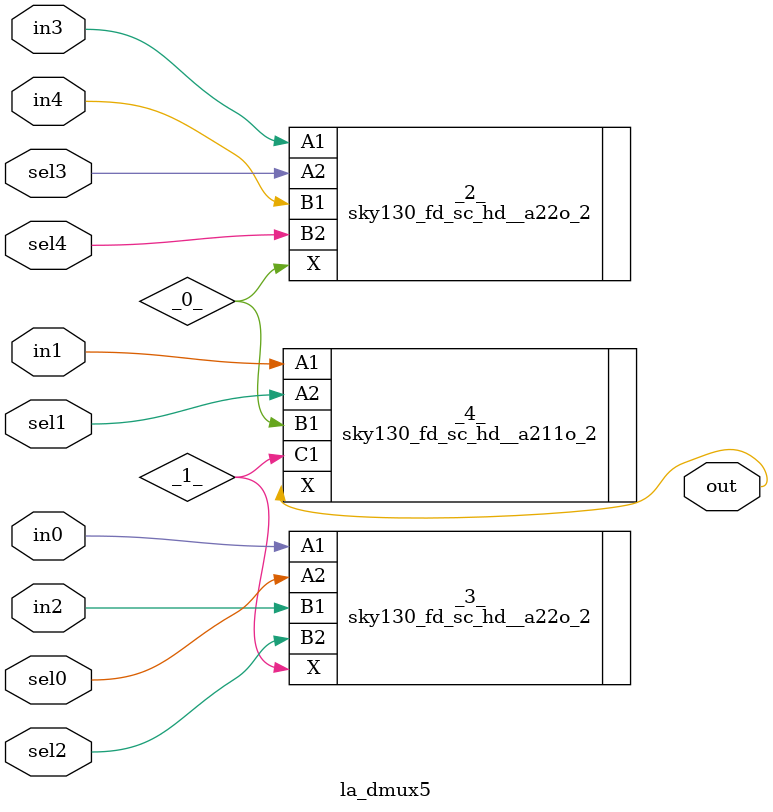
<source format=v>

module la_dmux5(sel4, sel3, sel2, sel1, sel0, in4, in3, in2, in1, in0, out);
  wire _0_;
  wire _1_;
  input in0;
  input in1;
  input in2;
  input in3;
  input in4;
  output out;
  input sel0;
  input sel1;
  input sel2;
  input sel3;
  input sel4;
  sky130_fd_sc_hd__a22o_2 _2_ (
    .A1(in3),
    .A2(sel3),
    .B1(in4),
    .B2(sel4),
    .X(_0_)
  );
  sky130_fd_sc_hd__a22o_2 _3_ (
    .A1(in0),
    .A2(sel0),
    .B1(in2),
    .B2(sel2),
    .X(_1_)
  );
  sky130_fd_sc_hd__a211o_2 _4_ (
    .A1(in1),
    .A2(sel1),
    .B1(_0_),
    .C1(_1_),
    .X(out)
  );
endmodule

</source>
